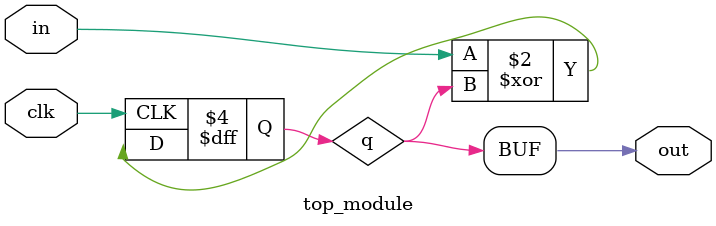
<source format=sv>
module top_module (
	input clk,
	input in,
	output logic out
);

reg d;
reg q;
always @(posedge clk) begin
	d = in ^ q;
	q <= #1 d;
end

assign out = q;

endmodule

</source>
